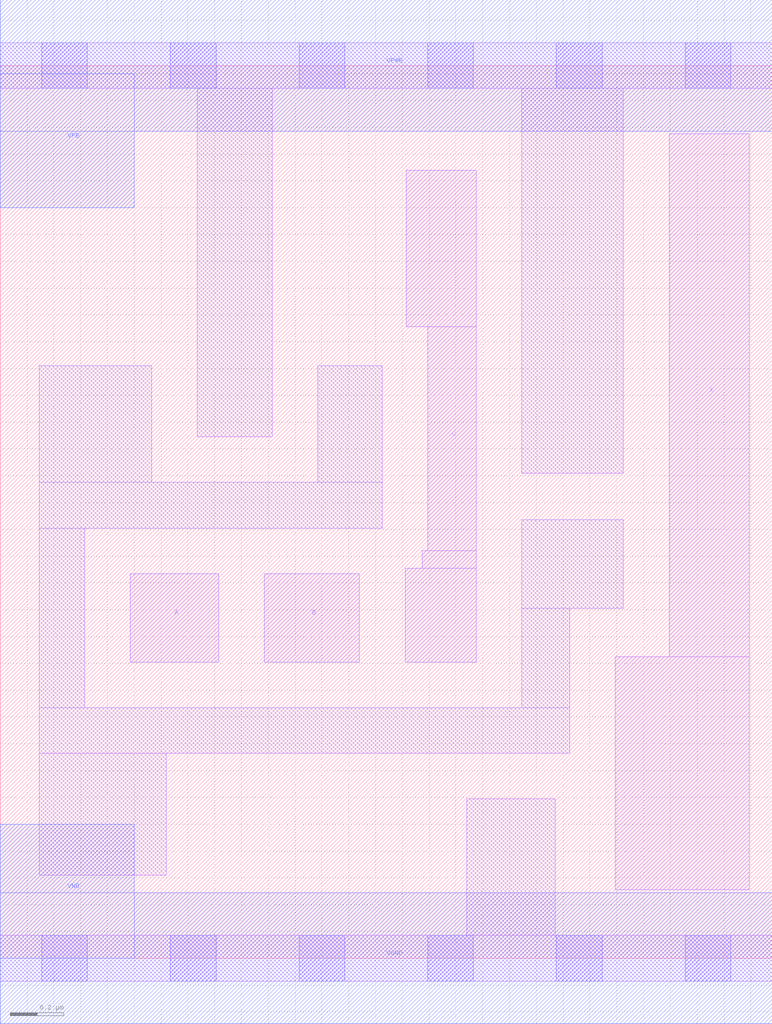
<source format=lef>
# Copyright 2020 The SkyWater PDK Authors
#
# Licensed under the Apache License, Version 2.0 (the "License");
# you may not use this file except in compliance with the License.
# You may obtain a copy of the License at
#
#     https://www.apache.org/licenses/LICENSE-2.0
#
# Unless required by applicable law or agreed to in writing, software
# distributed under the License is distributed on an "AS IS" BASIS,
# WITHOUT WARRANTIES OR CONDITIONS OF ANY KIND, either express or implied.
# See the License for the specific language governing permissions and
# limitations under the License.
#
# SPDX-License-Identifier: Apache-2.0

VERSION 5.5 ;
NAMESCASESENSITIVE ON ;
BUSBITCHARS "[]" ;
DIVIDERCHAR "/" ;
MACRO sky130_fd_sc_lp__and3_1
  CLASS CORE ;
  SOURCE USER ;
  ORIGIN  0.000000  0.000000 ;
  SIZE  2.880000 BY  3.330000 ;
  SYMMETRY X Y R90 ;
  SITE unit ;
  PIN A
    ANTENNAGATEAREA  0.126000 ;
    DIRECTION INPUT ;
    USE SIGNAL ;
    PORT
      LAYER li1 ;
        RECT 0.485000 1.105000 0.815000 1.435000 ;
    END
  END A
  PIN B
    ANTENNAGATEAREA  0.126000 ;
    DIRECTION INPUT ;
    USE SIGNAL ;
    PORT
      LAYER li1 ;
        RECT 0.985000 1.105000 1.340000 1.435000 ;
    END
  END B
  PIN C
    ANTENNAGATEAREA  0.126000 ;
    DIRECTION INPUT ;
    USE SIGNAL ;
    PORT
      LAYER li1 ;
        RECT 1.510000 1.105000 1.775000 1.455000 ;
        RECT 1.515000 2.355000 1.775000 2.940000 ;
        RECT 1.575000 1.455000 1.775000 1.520000 ;
        RECT 1.595000 1.520000 1.775000 2.355000 ;
    END
  END C
  PIN X
    ANTENNADIFFAREA  0.556500 ;
    DIRECTION OUTPUT ;
    USE SIGNAL ;
    PORT
      LAYER li1 ;
        RECT 2.295000 0.255000 2.795000 1.125000 ;
        RECT 2.495000 1.125000 2.795000 3.075000 ;
    END
  END X
  PIN VGND
    DIRECTION INOUT ;
    USE GROUND ;
    PORT
      LAYER met1 ;
        RECT 0.000000 -0.245000 2.880000 0.245000 ;
    END
  END VGND
  PIN VNB
    DIRECTION INOUT ;
    USE GROUND ;
    PORT
      LAYER met1 ;
        RECT 0.000000 0.000000 0.500000 0.500000 ;
    END
  END VNB
  PIN VPB
    DIRECTION INOUT ;
    USE POWER ;
    PORT
      LAYER met1 ;
        RECT 0.000000 2.800000 0.500000 3.300000 ;
    END
  END VPB
  PIN VPWR
    DIRECTION INOUT ;
    USE POWER ;
    PORT
      LAYER met1 ;
        RECT 0.000000 3.085000 2.880000 3.575000 ;
    END
  END VPWR
  OBS
    LAYER li1 ;
      RECT 0.000000 -0.085000 2.880000 0.085000 ;
      RECT 0.000000  3.245000 2.880000 3.415000 ;
      RECT 0.145000  0.310000 0.620000 0.765000 ;
      RECT 0.145000  0.765000 2.125000 0.935000 ;
      RECT 0.145000  0.935000 0.315000 1.605000 ;
      RECT 0.145000  1.605000 1.425000 1.775000 ;
      RECT 0.145000  1.775000 0.565000 2.210000 ;
      RECT 0.735000  1.945000 1.015000 3.245000 ;
      RECT 1.185000  1.775000 1.425000 2.210000 ;
      RECT 1.740000  0.085000 2.070000 0.595000 ;
      RECT 1.945000  0.935000 2.125000 1.305000 ;
      RECT 1.945000  1.305000 2.325000 1.635000 ;
      RECT 1.945000  1.810000 2.325000 3.245000 ;
    LAYER mcon ;
      RECT 0.155000 -0.085000 0.325000 0.085000 ;
      RECT 0.155000  3.245000 0.325000 3.415000 ;
      RECT 0.635000 -0.085000 0.805000 0.085000 ;
      RECT 0.635000  3.245000 0.805000 3.415000 ;
      RECT 1.115000 -0.085000 1.285000 0.085000 ;
      RECT 1.115000  3.245000 1.285000 3.415000 ;
      RECT 1.595000 -0.085000 1.765000 0.085000 ;
      RECT 1.595000  3.245000 1.765000 3.415000 ;
      RECT 2.075000 -0.085000 2.245000 0.085000 ;
      RECT 2.075000  3.245000 2.245000 3.415000 ;
      RECT 2.555000 -0.085000 2.725000 0.085000 ;
      RECT 2.555000  3.245000 2.725000 3.415000 ;
  END
END sky130_fd_sc_lp__and3_1
END LIBRARY

</source>
